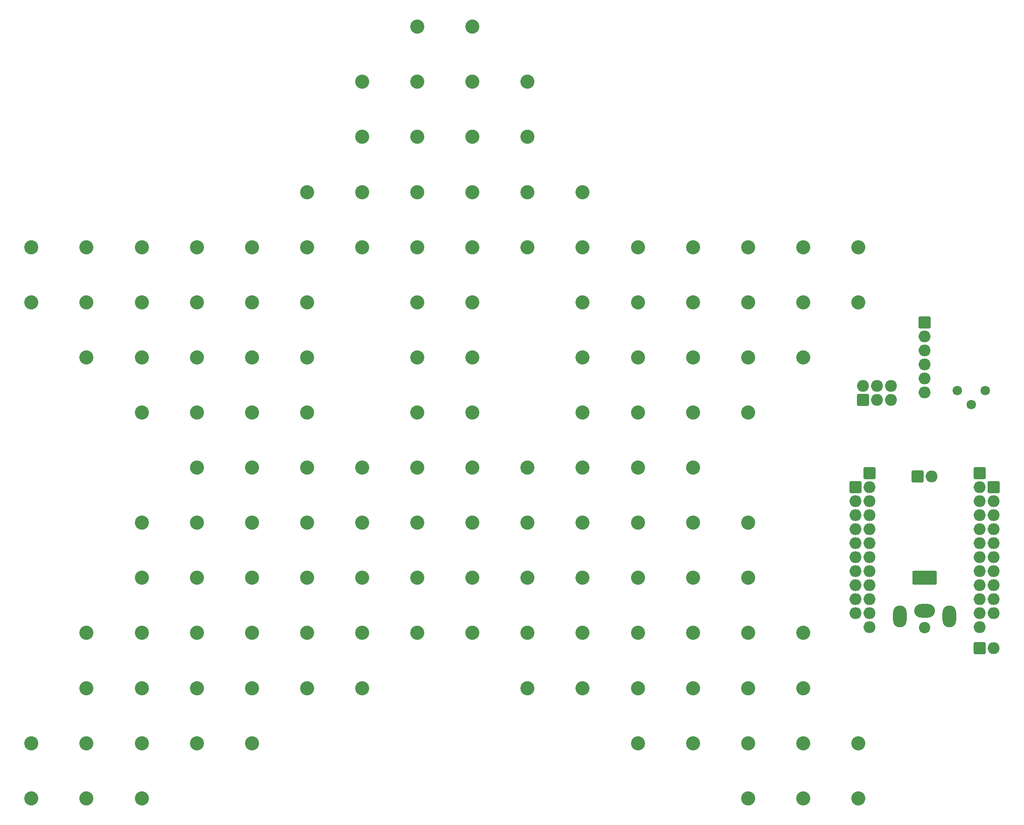
<source format=gbr>
%TF.GenerationSoftware,KiCad,Pcbnew,(6.0.7-1)-1*%
%TF.CreationDate,2022-10-07T15:09:28-06:00*%
%TF.ProjectId,starman,73746172-6d61-46e2-9e6b-696361645f70,rev?*%
%TF.SameCoordinates,Original*%
%TF.FileFunction,Soldermask,Bot*%
%TF.FilePolarity,Negative*%
%FSLAX46Y46*%
G04 Gerber Fmt 4.6, Leading zero omitted, Abs format (unit mm)*
G04 Created by KiCad (PCBNEW (6.0.7-1)-1) date 2022-10-07 15:09:28*
%MOMM*%
%LPD*%
G01*
G04 APERTURE LIST*
G04 Aperture macros list*
%AMRoundRect*
0 Rectangle with rounded corners*
0 $1 Rounding radius*
0 $2 $3 $4 $5 $6 $7 $8 $9 X,Y pos of 4 corners*
0 Add a 4 corners polygon primitive as box body*
4,1,4,$2,$3,$4,$5,$6,$7,$8,$9,$2,$3,0*
0 Add four circle primitives for the rounded corners*
1,1,$1+$1,$2,$3*
1,1,$1+$1,$4,$5*
1,1,$1+$1,$6,$7*
1,1,$1+$1,$8,$9*
0 Add four rect primitives between the rounded corners*
20,1,$1+$1,$2,$3,$4,$5,0*
20,1,$1+$1,$4,$5,$6,$7,0*
20,1,$1+$1,$6,$7,$8,$9,0*
20,1,$1+$1,$8,$9,$2,$3,0*%
G04 Aperture macros list end*
%ADD10C,2.560000*%
%ADD11C,1.720000*%
%ADD12RoundRect,0.230000X0.850000X0.850000X-0.850000X0.850000X-0.850000X-0.850000X0.850000X-0.850000X0*%
%ADD13O,2.160000X2.160000*%
%ADD14RoundRect,0.230000X0.850000X-0.850000X0.850000X0.850000X-0.850000X0.850000X-0.850000X-0.850000X0*%
%ADD15C,2.060000*%
%ADD16RoundRect,0.230000X-2.000000X-1.000000X2.000000X-1.000000X2.000000X1.000000X-2.000000X1.000000X0*%
%ADD17O,3.760000X2.460000*%
%ADD18O,2.460000X3.960000*%
%ADD19RoundRect,0.230000X-0.850000X-0.850000X0.850000X-0.850000X0.850000X0.850000X-0.850000X0.850000X0*%
G04 APERTURE END LIST*
D10*
%TO.C,D1*%
X105000000Y-35000000D03*
%TD*%
%TO.C,D2*%
X115000000Y-35000000D03*
%TD*%
%TO.C,D3*%
X95000000Y-45000000D03*
%TD*%
%TO.C,D4*%
X105000000Y-45000000D03*
%TD*%
%TO.C,D5*%
X115000000Y-45000000D03*
%TD*%
%TO.C,D6*%
X125000000Y-45000000D03*
%TD*%
%TO.C,D8*%
X105000000Y-55000000D03*
%TD*%
%TO.C,D9*%
X115000000Y-55000000D03*
%TD*%
%TO.C,D10*%
X125000000Y-55000000D03*
%TD*%
%TO.C,D11*%
X85000000Y-65000000D03*
%TD*%
%TO.C,D12*%
X95000000Y-65000000D03*
%TD*%
%TO.C,D14*%
X115000000Y-65000000D03*
%TD*%
%TO.C,D15*%
X125000000Y-65000000D03*
%TD*%
%TO.C,D16*%
X135000000Y-65000000D03*
%TD*%
%TO.C,D17*%
X35000000Y-75000000D03*
%TD*%
%TO.C,D18*%
X45000000Y-75000000D03*
%TD*%
%TO.C,D19*%
X55000000Y-75000000D03*
%TD*%
%TO.C,D20*%
X65000000Y-75000000D03*
%TD*%
%TO.C,D21*%
X75000000Y-75000000D03*
%TD*%
%TO.C,D22*%
X85000000Y-75000000D03*
%TD*%
%TO.C,D23*%
X95000000Y-75000000D03*
%TD*%
%TO.C,D25*%
X115000000Y-75000000D03*
%TD*%
%TO.C,D26*%
X125000000Y-75000000D03*
%TD*%
%TO.C,D27*%
X135000000Y-75000000D03*
%TD*%
%TO.C,D28*%
X145000000Y-75000000D03*
%TD*%
%TO.C,D29*%
X155000000Y-75000000D03*
%TD*%
%TO.C,D30*%
X165000000Y-75000000D03*
%TD*%
%TO.C,D31*%
X175000000Y-75000000D03*
%TD*%
%TO.C,D32*%
X185000000Y-75000000D03*
%TD*%
%TO.C,D33*%
X35000000Y-85000000D03*
%TD*%
%TO.C,D34*%
X45000000Y-85000000D03*
%TD*%
%TO.C,D36*%
X65000000Y-85000000D03*
%TD*%
%TO.C,D37*%
X75000000Y-85000000D03*
%TD*%
%TO.C,D39*%
X105000000Y-85000000D03*
%TD*%
%TO.C,D40*%
X115000000Y-85000000D03*
%TD*%
%TO.C,D41*%
X135000000Y-85000000D03*
%TD*%
%TO.C,D42*%
X145000000Y-85000000D03*
%TD*%
%TO.C,D43*%
X155000000Y-85000000D03*
%TD*%
%TO.C,D44*%
X165000000Y-85000000D03*
%TD*%
%TO.C,D45*%
X175000000Y-85000000D03*
%TD*%
%TO.C,D46*%
X185000000Y-85000000D03*
%TD*%
%TO.C,D47*%
X45000000Y-95000000D03*
%TD*%
%TO.C,D48*%
X55000000Y-95000000D03*
%TD*%
%TO.C,D49*%
X65000000Y-95000000D03*
%TD*%
%TO.C,D50*%
X75000000Y-95000000D03*
%TD*%
%TO.C,D51*%
X85000000Y-95000000D03*
%TD*%
%TO.C,D52*%
X105000000Y-95000000D03*
%TD*%
%TO.C,D53*%
X115000000Y-95000000D03*
%TD*%
%TO.C,D54*%
X135000000Y-95000000D03*
%TD*%
%TO.C,D55*%
X145000000Y-95000000D03*
%TD*%
%TO.C,D56*%
X155000000Y-95000000D03*
%TD*%
%TO.C,D57*%
X165000000Y-95000000D03*
%TD*%
%TO.C,D58*%
X175000000Y-95000000D03*
%TD*%
%TO.C,D59*%
X55000000Y-105000000D03*
%TD*%
%TO.C,D60*%
X65000000Y-105000000D03*
%TD*%
%TO.C,D61*%
X75000000Y-105000000D03*
%TD*%
%TO.C,D62*%
X85000000Y-105000000D03*
%TD*%
%TO.C,D64*%
X115000000Y-105000000D03*
%TD*%
%TO.C,D65*%
X135000000Y-105000000D03*
%TD*%
%TO.C,D69*%
X65000000Y-115000000D03*
%TD*%
%TO.C,D70*%
X75000000Y-115000000D03*
%TD*%
%TO.C,D71*%
X85000000Y-115000000D03*
%TD*%
%TO.C,D72*%
X95000000Y-115000000D03*
%TD*%
%TO.C,D73*%
X105000000Y-115000000D03*
%TD*%
%TO.C,D74*%
X115000000Y-115000000D03*
%TD*%
%TO.C,D75*%
X125000000Y-115000000D03*
%TD*%
%TO.C,D76*%
X135000000Y-115000000D03*
%TD*%
%TO.C,D77*%
X145000000Y-115000000D03*
%TD*%
%TO.C,D78*%
X155000000Y-115000000D03*
%TD*%
%TO.C,D79*%
X55000000Y-125000000D03*
%TD*%
%TO.C,D85*%
X115000000Y-125000000D03*
%TD*%
%TO.C,D86*%
X125000000Y-125000000D03*
%TD*%
%TO.C,D87*%
X135000000Y-125000000D03*
%TD*%
%TO.C,D88*%
X145000000Y-125000000D03*
%TD*%
%TO.C,D89*%
X155000000Y-125000000D03*
%TD*%
%TO.C,D24*%
X105000000Y-75000000D03*
%TD*%
%TO.C,D35*%
X55000000Y-85000000D03*
%TD*%
%TO.C,D90*%
X165000000Y-125000000D03*
%TD*%
%TO.C,D91*%
X55000000Y-135000000D03*
%TD*%
%TO.C,D92*%
X65000000Y-135000000D03*
%TD*%
%TO.C,D93*%
X75000000Y-135000000D03*
%TD*%
%TO.C,D94*%
X85000000Y-135000000D03*
%TD*%
%TO.C,D95*%
X95000000Y-135000000D03*
%TD*%
%TO.C,D96*%
X105000000Y-135000000D03*
%TD*%
%TO.C,D97*%
X115000000Y-135000000D03*
%TD*%
%TO.C,D98*%
X125000000Y-135000000D03*
%TD*%
%TO.C,D99*%
X135000000Y-135000000D03*
%TD*%
%TO.C,D100*%
X145000000Y-135000000D03*
%TD*%
%TO.C,D101*%
X155000000Y-135000000D03*
%TD*%
%TO.C,D102*%
X165000000Y-135000000D03*
%TD*%
%TO.C,D103*%
X45000000Y-145000000D03*
%TD*%
%TO.C,D104*%
X55000000Y-145000000D03*
%TD*%
%TO.C,D106*%
X75000000Y-145000000D03*
%TD*%
%TO.C,D107*%
X85000000Y-145000000D03*
%TD*%
%TO.C,D108*%
X95000000Y-145000000D03*
%TD*%
%TO.C,D109*%
X105000000Y-145000000D03*
%TD*%
%TO.C,D110*%
X115000000Y-145000000D03*
%TD*%
%TO.C,D111*%
X125000000Y-145000000D03*
%TD*%
%TO.C,D112*%
X135000000Y-145000000D03*
%TD*%
%TO.C,D113*%
X145000000Y-145000000D03*
%TD*%
%TO.C,D114*%
X155000000Y-145000000D03*
%TD*%
%TO.C,D115*%
X165000000Y-145000000D03*
%TD*%
%TO.C,D116*%
X175000000Y-145000000D03*
%TD*%
%TO.C,D117*%
X45000000Y-155000000D03*
%TD*%
%TO.C,D118*%
X55000000Y-155000000D03*
%TD*%
%TO.C,D119*%
X65000000Y-155000000D03*
%TD*%
%TO.C,D120*%
X75000000Y-155000000D03*
%TD*%
%TO.C,D121*%
X85000000Y-155000000D03*
%TD*%
%TO.C,D122*%
X95000000Y-155000000D03*
%TD*%
%TO.C,D123*%
X125000000Y-155000000D03*
%TD*%
%TO.C,D124*%
X135000000Y-155000000D03*
%TD*%
%TO.C,D125*%
X145000000Y-155000000D03*
%TD*%
%TO.C,D127*%
X165000000Y-155000000D03*
%TD*%
%TO.C,D128*%
X175000000Y-155000000D03*
%TD*%
%TO.C,D129*%
X35000000Y-165000000D03*
%TD*%
%TO.C,D130*%
X45000000Y-165000000D03*
%TD*%
%TO.C,D131*%
X55000000Y-165000000D03*
%TD*%
%TO.C,D132*%
X65000000Y-165000000D03*
%TD*%
%TO.C,D133*%
X75000000Y-165000000D03*
%TD*%
%TO.C,D134*%
X145000000Y-165000000D03*
%TD*%
%TO.C,D135*%
X155000000Y-165000000D03*
%TD*%
%TO.C,D136*%
X165000000Y-165000000D03*
%TD*%
%TO.C,D137*%
X175000000Y-165000000D03*
%TD*%
%TO.C,D138*%
X185000000Y-165000000D03*
%TD*%
%TO.C,D63*%
X105000000Y-105000000D03*
%TD*%
%TO.C,D80*%
X65000000Y-125000000D03*
%TD*%
%TO.C,D81*%
X75000000Y-125000000D03*
%TD*%
%TO.C,D82*%
X85000000Y-125000000D03*
%TD*%
%TO.C,D83*%
X95000000Y-125000000D03*
%TD*%
%TO.C,D84*%
X105000000Y-125000000D03*
%TD*%
%TO.C,D66*%
X145000000Y-105000000D03*
%TD*%
%TO.C,D67*%
X155000000Y-105000000D03*
%TD*%
%TO.C,D68*%
X165000000Y-105000000D03*
%TD*%
%TO.C,D139*%
X35000000Y-175000000D03*
%TD*%
%TO.C,D140*%
X45000000Y-175000000D03*
%TD*%
%TO.C,D141*%
X55000000Y-175000000D03*
%TD*%
%TO.C,D142*%
X165000000Y-175000000D03*
%TD*%
%TO.C,D143*%
X175000000Y-175000000D03*
%TD*%
%TO.C,D144*%
X185000000Y-175000000D03*
%TD*%
%TO.C,D38*%
X85000000Y-85000000D03*
%TD*%
%TO.C,D7*%
X95000000Y-55000000D03*
%TD*%
%TO.C,D13*%
X105000000Y-65000000D03*
%TD*%
%TO.C,D126*%
X155000000Y-155000000D03*
%TD*%
%TO.C,D105*%
X65000000Y-145000000D03*
%TD*%
D11*
%TO.C,RV1*%
X208025000Y-101000000D03*
X205485000Y-103540000D03*
X202945000Y-101000000D03*
%TD*%
D12*
%TO.C,J6*%
X207000000Y-116025000D03*
D13*
X207000000Y-118565000D03*
X207000000Y-121105000D03*
X207000000Y-123645000D03*
X207000000Y-126185000D03*
X207000000Y-128725000D03*
X207000000Y-131265000D03*
X207000000Y-133805000D03*
X207000000Y-136345000D03*
X207000000Y-138885000D03*
X207000000Y-141425000D03*
X207000000Y-143965000D03*
%TD*%
D14*
%TO.C,J12*%
X195725000Y-116600000D03*
D13*
X198265000Y-116600000D03*
%TD*%
D15*
%TO.C,J10*%
X197000000Y-144000000D03*
D16*
X197000000Y-135000000D03*
D17*
X197000000Y-141000000D03*
D18*
X192500000Y-142000000D03*
X201500000Y-142000000D03*
%TD*%
D19*
%TO.C,J9*%
X184500000Y-118575000D03*
D13*
X184500000Y-121115000D03*
X184500000Y-123655000D03*
X184500000Y-126195000D03*
X184500000Y-128735000D03*
X184500000Y-131275000D03*
X184500000Y-133815000D03*
X184500000Y-136355000D03*
X184500000Y-138895000D03*
X184500000Y-141435000D03*
%TD*%
D12*
%TO.C,J8*%
X187040000Y-116035000D03*
D13*
X187040000Y-118575000D03*
X187040000Y-121115000D03*
X187040000Y-123655000D03*
X187040000Y-126195000D03*
X187040000Y-128735000D03*
X187040000Y-131275000D03*
X187040000Y-133815000D03*
X187040000Y-136355000D03*
X187040000Y-138895000D03*
X187040000Y-141435000D03*
X187040000Y-143975000D03*
%TD*%
D19*
%TO.C,J7*%
X209540000Y-118565000D03*
D13*
X209540000Y-121105000D03*
X209540000Y-123645000D03*
X209540000Y-126185000D03*
X209540000Y-128725000D03*
X209540000Y-131265000D03*
X209540000Y-133805000D03*
X209540000Y-136345000D03*
X209540000Y-138885000D03*
X209540000Y-141425000D03*
%TD*%
D14*
%TO.C,J5*%
X185825000Y-102700000D03*
D13*
X185825000Y-100160000D03*
X188365000Y-102700000D03*
X188365000Y-100160000D03*
X190905000Y-102700000D03*
X190905000Y-100160000D03*
%TD*%
D12*
%TO.C,J4*%
X197000000Y-88700000D03*
D13*
X197000000Y-91240000D03*
X197000000Y-93780000D03*
X197000000Y-96320000D03*
X197000000Y-98860000D03*
X197000000Y-101400000D03*
%TD*%
D14*
%TO.C,J11*%
X207010000Y-147775000D03*
D13*
X209550000Y-147775000D03*
%TD*%
M02*

</source>
